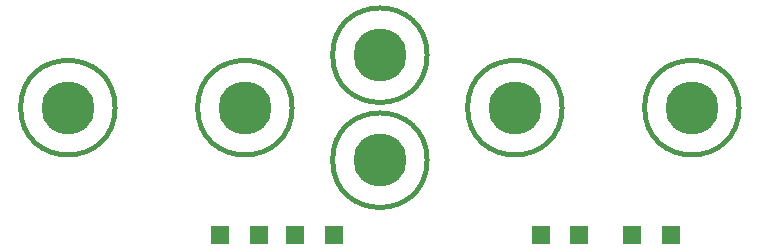
<source format=gbr>
G04 #@! TF.FileFunction,Paste,Bot*
%FSLAX46Y46*%
G04 Gerber Fmt 4.6, Leading zero omitted, Abs format (unit mm)*
G04 Created by KiCad (PCBNEW 4.0.4-stable) date Monday, April 23, 2018 'PMt' 09:01:18 PM*
%MOMM*%
%LPD*%
G01*
G04 APERTURE LIST*
%ADD10C,0.100000*%
%ADD11C,0.425000*%
%ADD12R,1.500000X1.500000*%
%ADD13C,4.500000*%
%ADD14C,0.200000*%
G04 APERTURE END LIST*
D10*
D11*
X117284000Y-153543000D02*
G75*
G03X117284000Y-153543000I-4000000J0D01*
G01*
X143700000Y-157988000D02*
G75*
G03X143700000Y-157988000I-4000000J0D01*
G01*
X170116000Y-153543000D02*
G75*
G03X170116000Y-153543000I-4000000J0D01*
G01*
X155130000Y-153543000D02*
G75*
G03X155130000Y-153543000I-4000000J0D01*
G01*
X132270000Y-153543000D02*
G75*
G03X132270000Y-153543000I-4000000J0D01*
G01*
X143700000Y-149098000D02*
G75*
G03X143700000Y-149098000I-4000000J0D01*
G01*
D12*
X164311600Y-164338000D03*
X161011600Y-164338000D03*
X135782320Y-164338000D03*
X132482320Y-164338000D03*
X156602700Y-164338000D03*
X153302700Y-164338000D03*
X129439940Y-164338000D03*
X126139940Y-164338000D03*
D13*
X113284000Y-153543000D03*
D14*
X113284000Y-157543000D03*
D13*
X139700000Y-157988000D03*
D14*
X139700000Y-161988000D03*
D13*
X166116000Y-153543000D03*
D14*
X166116000Y-157543000D03*
D13*
X151130000Y-153543000D03*
D14*
X151130000Y-157543000D03*
D13*
X128270000Y-153543000D03*
D14*
X128270000Y-157543000D03*
D13*
X139700000Y-149098000D03*
D14*
X139700000Y-153098000D03*
M02*

</source>
